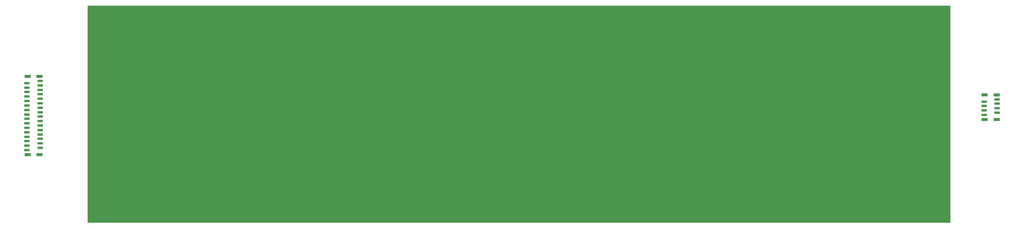
<source format=gbs>
G04 #@! TF.GenerationSoftware,KiCad,Pcbnew,6.0.8+dfsg-1~bpo11+1*
G04 #@! TF.CreationDate,2023-03-24T18:57:11-04:00*
G04 #@! TF.ProjectId,captouch_sensor_diamond_hatched,63617074-6f75-4636-985f-73656e736f72,rev?*
G04 #@! TF.SameCoordinates,Original*
G04 #@! TF.FileFunction,Soldermask,Bot*
G04 #@! TF.FilePolarity,Negative*
%FSLAX46Y46*%
G04 Gerber Fmt 4.6, Leading zero omitted, Abs format (unit mm)*
G04 Created by KiCad (PCBNEW 6.0.8+dfsg-1~bpo11+1) date 2023-03-24 18:57:11*
%MOMM*%
%LPD*%
G01*
G04 APERTURE LIST*
%ADD10C,0.150000*%
%ADD11R,1.200000X0.600000*%
%ADD12R,1.400000X0.800000*%
G04 APERTURE END LIST*
D10*
X62825000Y-55825000D02*
X255250000Y-55825000D01*
X255250000Y-55825000D02*
X255250000Y-104275000D01*
X255250000Y-104275000D02*
X62825000Y-104275000D01*
X62825000Y-104275000D02*
X62825000Y-55825000D01*
G36*
X62825000Y-55825000D02*
G01*
X255250000Y-55825000D01*
X255250000Y-104275000D01*
X62825000Y-104275000D01*
X62825000Y-55825000D01*
G37*
D11*
X52125000Y-72625000D03*
X49225000Y-73125000D03*
X52125000Y-73625000D03*
X49225000Y-74125000D03*
X52125000Y-74625000D03*
X49225000Y-75125000D03*
X52125000Y-75625000D03*
X49225000Y-76125000D03*
X52125000Y-76625000D03*
X49225000Y-77125000D03*
X52125000Y-77625000D03*
X49225000Y-78125000D03*
X52125000Y-78625000D03*
X49225000Y-79125000D03*
X52125000Y-79625000D03*
X49225000Y-80125000D03*
X52125000Y-80625000D03*
X49225000Y-81125000D03*
X52125000Y-81625000D03*
X49225000Y-82125000D03*
X52125000Y-82625000D03*
X49225000Y-83125000D03*
X52125000Y-83625000D03*
X49225000Y-84125000D03*
X52125000Y-84625000D03*
X49225000Y-85125000D03*
X52125000Y-85625000D03*
X49225000Y-86125000D03*
X52125000Y-86625000D03*
X49225000Y-87125000D03*
X52125000Y-87625000D03*
X49225000Y-88125000D03*
D12*
X52025000Y-71625000D03*
X49325000Y-71625000D03*
X52025000Y-89125000D03*
X49325000Y-89125000D03*
D11*
X265775000Y-76750000D03*
X262875000Y-77250000D03*
X265775000Y-77750000D03*
X262875000Y-78250000D03*
X265775000Y-78750000D03*
X262875000Y-79250000D03*
X265775000Y-79750000D03*
X262875000Y-80250000D03*
D12*
X265675000Y-75750000D03*
X262975000Y-75750000D03*
X265675000Y-81250000D03*
X262975000Y-81250000D03*
M02*

</source>
